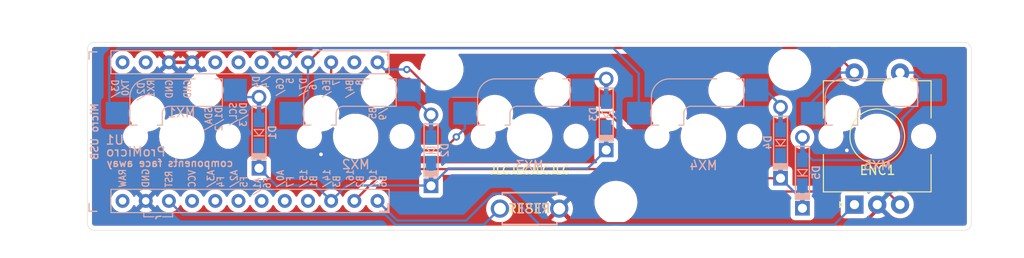
<source format=kicad_pcb>
(kicad_pcb (version 20210925) (generator pcbnew)
  (layers (0 "F.Cu" signal) (31 "B.Cu" signal) (34 "B.Paste" user) (35 "F.Paste" user) (36 "B.SilkS" user "B.Silkscreen") (37 "F.SilkS" user "F.Silkscreen") (38 "B.Mask" user) (39 "F.Mask" user) (44 "Edge.Cuts" user))
  (net 0 "")
  (net 1 "Net-(D1-Pad2)")
  (net 2 "row0")
  (net 3 "Net-(D2-Pad2)")
  (net 4 "Net-(D3-Pad2)")
  (net 5 "Net-(D4-Pad2)")
  (net 6 "row1")
  (net 7 "Net-(D5-Pad2)")
  (net 8 "col0")
  (net 9 "col1")
  (net 10 "col2")
  (net 11 "GND")
  (net 12 "VCC")
  (net 13 "Reset")
  (net 14 "EncoderA")
  (net 15 "EncoderB")
  (footprint "Envoy:Diode-Hybrid-Back" (layer "F.Cu") (at 152.1505 88.373 -90)
    (fp_text reference "D1" (at -0.0254 -1.46 90) (layer "B.SilkS") (effects (font (size 0.8 0.8)) (justify mirror)))
    (fp_text value "D_Small" hide)
    (fp_line (start 0.35 0.55) (end 0.35 -0.55) (layer "B.SilkS") (width 0.12))
    (fp_line (start 2.54 -0.762) (end -2.9 -0.762) (layer "B.SilkS") (width 0.15))
    (fp_line (start -0.35 -0.55) (end 0.35 0) (layer "B.SilkS") (width 0.12))
    (fp_line (start 0.35 0) (end -0.35 0.55) (layer "B.SilkS") (width 0.12))
    (fp_line (start -2.9 -0.762) (end -2.9 0.762) (layer "B.SilkS") (width 0.15))
    (fp_line (start -2.9 0.762) (end 2.54 0.762) (layer "B.SilkS") (width 0.15))
    (fp_line (start -0.35 0.55) (end -0.35 -0.55) (layer "B.SilkS") (width 0.12))
    (fp_rect (start 2.309 -0.762) (end 2.921 0.762) (layer "B.SilkS") (width 0.15) (fill solid))
    (pad "1" smd rect (at 1.4 0 270) (size 1.6 1.2) (layers "B.Cu" "B.Paste" "B.Mask") (net 2 "row0"))
    (pad "1" smd rect (at 2.5 0 270) (size 2.9 0.5) (layers "B.Cu") (net 2 "row0"))
    (pad "1" thru_hole rect (at 3.9 0 270) (size 1.6 1.6) (drill 1) (layers *.Cu *.Mask) (net 2 "row0"))
    (pad "2" smd rect (at -2.5 0 270) (size 2.9 0.5) (layers "B.Cu") (net 1 "Net-(D1-Pad2)"))
    (pad "2" thru_hole circle (at -3.9 0 270) (size 1.6 1.6) (drill 1) (layers *.Cu *.Mask) (net 1 "Net-(D1-Pad2)"))
    (pad "2" smd rect (at -1.4 0 270) (size 1.6 1.2) (layers "B.Cu" "B.Paste" "B.Mask") (net 1 "Net-(D1-Pad2)"))
  )
  (footprint "Envoy:Diode-Hybrid-Back" (layer "F.Cu") (at 171.0005 90.313 -90)
    (fp_text reference "D2" (at -0.0254 -1.5 90) (layer "B.SilkS") (effects (font (size 0.8 0.8)) (justify mirror)))
    (fp_text value "D_Small" hide)
    (fp_line (start -0.35 -0.55) (end 0.35 0) (layer "B.SilkS") (width 0.12))
    (fp_line (start 0.35 0.55) (end 0.35 -0.55) (layer "B.SilkS") (width 0.12))
    (fp_line (start 2.54 -0.762) (end -2.9 -0.762) (layer "B.SilkS") (width 0.15))
    (fp_line (start -0.35 0.55) (end -0.35 -0.55) (layer "B.SilkS") (width 0.12))
    (fp_line (start -2.9 -0.762) (end -2.9 0.762) (layer "B.SilkS") (width 0.15))
    (fp_line (start 0.35 0) (end -0.35 0.55) (layer "B.SilkS") (width 0.12))
    (fp_line (start -2.9 0.762) (end 2.54 0.762) (layer "B.SilkS") (width 0.15))
    (fp_rect (start 2.309 -0.762) (end 2.921 0.762) (layer "B.SilkS") (width 0.15) (fill solid))
    (pad "1" smd rect (at 1.4 0 270) (size 1.6 1.2) (layers "B.Cu" "B.Paste" "B.Mask") (net 2 "row0"))
    (pad "1" thru_hole rect (at 3.9 0 270) (size 1.6 1.6) (drill 1) (layers *.Cu *.Mask) (net 2 "row0"))
    (pad "1" smd rect (at 2.5 0 270) (size 2.9 0.5) (layers "B.Cu") (net 2 "row0"))
    (pad "2" smd rect (at -1.4 0 270) (size 1.6 1.2) (layers "B.Cu" "B.Paste" "B.Mask") (net 3 "Net-(D2-Pad2)"))
    (pad "2" smd rect (at -2.5 0 270) (size 2.9 0.5) (layers "B.Cu") (net 3 "Net-(D2-Pad2)"))
    (pad "2" thru_hole circle (at -3.9 0 270) (size 1.6 1.6) (drill 1) (layers *.Cu *.Mask) (net 3 "Net-(D2-Pad2)"))
  )
  (footprint "Envoy:Diode-Hybrid-Back" (layer "F.Cu") (at 190.2005 86.373 -90)
    (fp_text reference "D3" (at -0.0254 1.4 90) (layer "B.SilkS") (effects (font (size 0.8 0.8)) (justify mirror)))
    (fp_text value "D_Small" hide)
    (fp_line (start 2.54 -0.762) (end -2.9 -0.762) (layer "B.SilkS") (width 0.15))
    (fp_line (start -0.35 -0.55) (end 0.35 0) (layer "B.SilkS") (width 0.12))
    (fp_line (start -0.35 0.55) (end -0.35 -0.55) (layer "B.SilkS") (width 0.12))
    (fp_line (start -2.9 -0.762) (end -2.9 0.762) (layer "B.SilkS") (width 0.15))
    (fp_line (start 0.35 0) (end -0.35 0.55) (layer "B.SilkS") (width 0.12))
    (fp_line (start 0.35 0.55) (end 0.35 -0.55) (layer "B.SilkS") (width 0.12))
    (fp_line (start -2.9 0.762) (end 2.54 0.762) (layer "B.SilkS") (width 0.15))
    (fp_rect (start 2.309 -0.762) (end 2.921 0.762) (layer "B.SilkS") (width 0.15) (fill solid))
    (pad "1" thru_hole rect (at 3.9 0 270) (size 1.6 1.6) (drill 1) (layers *.Cu *.Mask) (net 2 "row0"))
    (pad "1" smd rect (at 2.5 0 270) (size 2.9 0.5) (layers "B.Cu") (net 2 "row0"))
    (pad "1" smd rect (at 1.4 0 270) (size 1.6 1.2) (layers "B.Cu" "B.Paste" "B.Mask") (net 2 "row0"))
    (pad "2" smd rect (at -2.5 0 270) (size 2.9 0.5) (layers "B.Cu") (net 4 "Net-(D3-Pad2)"))
    (pad "2" smd rect (at -1.4 0 270) (size 1.6 1.2) (layers "B.Cu" "B.Paste" "B.Mask") (net 4 "Net-(D3-Pad2)"))
    (pad "2" thru_hole circle (at -3.9 0 270) (size 1.6 1.6) (drill 1) (layers *.Cu *.Mask) (net 4 "Net-(D3-Pad2)"))
  )
  (footprint "Envoy:Diode-Hybrid-Back" (layer "F.Cu") (at 209.3005 89.473 -90)
    (fp_text reference "D4" (at -0.0254 1.4 90) (layer "B.SilkS") (effects (font (size 0.8 0.8)) (justify mirror)))
    (fp_text value "D_Small" hide)
    (fp_line (start 2.54 -0.762) (end -2.9 -0.762) (layer "B.SilkS") (width 0.15))
    (fp_line (start 0.35 0) (end -0.35 0.55) (layer "B.SilkS") (width 0.12))
    (fp_line (start -0.35 0.55) (end -0.35 -0.55) (layer "B.SilkS") (width 0.12))
    (fp_line (start -0.35 -0.55) (end 0.35 0) (layer "B.SilkS") (width 0.12))
    (fp_line (start 0.35 0.55) (end 0.35 -0.55) (layer "B.SilkS") (width 0.12))
    (fp_line (start -2.9 0.762) (end 2.54 0.762) (layer "B.SilkS") (width 0.15))
    (fp_line (start -2.9 -0.762) (end -2.9 0.762) (layer "B.SilkS") (width 0.15))
    (fp_rect (start 2.309 -0.762) (end 2.921 0.762) (layer "B.SilkS") (width 0.15) (fill solid))
    (pad "1" thru_hole rect (at 3.9 0 270) (size 1.6 1.6) (drill 1) (layers *.Cu *.Mask) (net 6 "row1"))
    (pad "1" smd rect (at 1.4 0 270) (size 1.6 1.2) (layers "B.Cu" "B.Paste" "B.Mask") (net 6 "row1"))
    (pad "1" smd rect (at 2.5 0 270) (size 2.9 0.5) (layers "B.Cu") (net 6 "row1"))
    (pad "2" smd rect (at -1.4 0 270) (size 1.6 1.2) (layers "B.Cu" "B.Paste" "B.Mask") (net 5 "Net-(D4-Pad2)"))
    (pad "2" smd rect (at -2.5 0 270) (size 2.9 0.5) (layers "B.Cu") (net 5 "Net-(D4-Pad2)"))
    (pad "2" thru_hole circle (at -3.9 0 270) (size 1.6 1.6) (drill 1) (layers *.Cu *.Mask) (net 5 "Net-(D4-Pad2)"))
  )
  (footprint "Envoy:Diode-Hybrid-Back" (layer "F.Cu") (at 211.7005 92.773 -90)
    (fp_text reference "D5" (at -0.0254 -1.5 90) (layer "B.SilkS") (effects (font (size 0.8 0.8)) (justify mirror)))
    (fp_text value "D_Small" hide)
    (fp_line (start -2.9 -0.762) (end -2.9 0.762) (layer "B.SilkS") (width 0.15))
    (fp_line (start 0.35 0) (end -0.35 0.55) (layer "B.SilkS") (width 0.12))
    (fp_line (start 2.54 -0.762) (end -2.9 -0.762) (layer "B.SilkS") (width 0.15))
    (fp_line (start -0.35 -0.55) (end 0.35 0) (layer "B.SilkS") (width 0.12))
    (fp_line (start 0.35 0.55) (end 0.35 -0.55) (layer "B.SilkS") (width 0.12))
    (fp_line (start -2.9 0.762) (end 2.54 0.762) (layer "B.SilkS") (width 0.15))
    (fp_line (start -0.35 0.55) (end -0.35 -0.55) (layer "B.SilkS") (width 0.12))
    (fp_rect (start 2.309 -0.762) (end 2.921 0.762) (layer "B.SilkS") (width 0.15) (fill solid))
    (pad "1" smd rect (at 1.4 0 270) (size 1.6 1.2) (layers "B.Cu" "B.Paste" "B.Mask") (net 6 "row1"))
    (pad "1" thru_hole rect (at 3.9 0 270) (size 1.6 1.6) (drill 1) (layers *.Cu *.Mask) (net 6 "row1"))
    (pad "1" smd rect (at 2.5 0 270) (size 2.9 0.5) (layers "B.Cu") (net 6 "row1"))
    (pad "2" smd rect (at -2.5 0 270) (size 2.9 0.5) (layers "B.Cu") (net 7 "Net-(D5-Pad2)"))
    (pad "2" thru_hole circle (at -3.9 0 270) (size 1.6 1.6) (drill 1) (layers *.Cu *.Mask) (net 7 "Net-(D5-Pad2)"))
    (pad "2" smd rect (at -1.4 0 270) (size 1.6 1.2) (layers "B.Cu" "B.Paste" "B.Mask") (net 7 "Net-(D5-Pad2)"))
  )
  (footprint "Envoy:MXOnly-1U-Hotswap" (layer "F.Cu") (at 143.7005 88.773)
    (fp_text reference "MX1")
    (fp_text value "MX-NoLED")
    (fp_text user "${REFERENCE}" (at -0.05 -2.6) (layer "B.SilkS") (effects (justify mirror)))
    (fp_line (start 4.43 -6.31) (end 3.65 -6.31) (layer "B.SilkS") (width 0.12))
    (fp_line (start 4.43 -3.29) (end -1.35 -3.3) (layer "B.SilkS") (width 0.12))
    (fp_line (start -2.15 -1.23) (end -2.15 -2.5) (layer "B.SilkS") (width 0.12))
    (fp_line (start -5.7 -1.23) (end -4.9 -1.23) (layer "B.SilkS") (width 0.12))
    (fp_line (start -2.15 -1.23) (end -2.7 -1.23) (layer "B.SilkS") (width 0.12))
    (fp_line (start -3.7 -6.31) (end 1.45 -6.31) (layer "B.SilkS") (width 0.12))
    (fp_line (start -5.7 -1.23) (end -5.7 -4.31) (layer "B.SilkS") (width 0.12))
    (fp_line (start 4.43 -6.31) (end 4.43 -3.29) (layer "B.SilkS") (width 0.12))
    (fp_arc (start -3.7 -4.31) (end -3.7 -6.31) (angle -90) (layer "B.SilkS") (width 0.12))
    (fp_arc (start -1.35 -2.5) (end -1.35 -3.3) (angle -90) (layer "B.SilkS") (width 0.12))
    (pad "" np_thru_hole circle (at 2.54 -5.08) (size 3 3) (drill 3) (layers *.Cu *.Mask))
    (pad "" np_thru_hole circle (at 5.08 0 48.0996) (size 1.75 1.75) (drill 1.75) (layers *.Cu *.Mask))
    (pad "" np_thru_hole circle (at 0 0) (size 3.9878 3.9878) (drill 3.9878) (layers *.Cu *.Mask))
    (pad "" np_thru_hole circle (at -5.08 0 48.0996) (size 1.75 1.75) (drill 1.75) (layers *.Cu *.Mask))
    (pad "" np_thru_hole circle (at -3.81 -2.54) (size 3 3) (drill 3) (layers *.Cu *.Mask))
    (pad "1" smd rect (at -7.085 -2.54) (size 2.55 2.5) (layers "B.Cu" "B.Paste" "B.Mask") (net 8 "col0"))
    (pad "2" smd rect (at 5.842 -5.08) (size 2.55 2.5) (layers "B.Cu" "B.Paste" "B.Mask") (net 1 "Net-(D1-Pad2)"))
  )
  (footprint "Envoy:MXOnly-1U-Hotswap" (layer "F.Cu") (at 162.7505 88.773)
    (fp_text reference "MX2")
    (fp_text value "MX-NoLED")
    (fp_text user "${REFERENCE}" (at 0 3.1) (layer "B.SilkS") (effects (justify mirror)))
    (fp_line (start 4.43 -3.29) (end -1.35 -3.3) (layer "B.SilkS") (width 0.12))
    (fp_line (start -5.7 -1.23) (end -4.9 -1.23) (layer "B.SilkS") (width 0.12))
    (fp_line (start 4.43 -6.31) (end 4.43 -3.29) (layer "B.SilkS") (width 0.12))
    (fp_line (start -2.15 -1.23) (end -2.7 -1.23) (layer "B.SilkS") (width 0.12))
    (fp_line (start -3.7 -6.31) (end 1.45 -6.31) (layer "B.SilkS") (width 0.12))
    (fp_line (start -5.7 -1.23) (end -5.7 -4.31) (layer "B.SilkS") (width 0.12))
    (fp_line (start -2.15 -1.23) (end -2.15 -2.5) (layer "B.SilkS") (width 0.12))
    (fp_line (start 4.43 -6.31) (end 3.65 -6.31) (layer "B.SilkS") (width 0.12))
    (fp_arc (start -3.7 -4.31) (end -3.7 -6.31) (angle -90) (layer "B.SilkS") (width 0.12))
    (fp_arc (start -1.35 -2.5) (end -1.35 -3.3) (angle -90) (layer "B.SilkS") (width 0.12))
    (pad "" np_thru_hole circle (at 0 0) (size 3.9878 3.9878) (drill 3.9878) (layers *.Cu *.Mask))
    (pad "" np_thru_hole circle (at -3.81 -2.54) (size 3 3) (drill 3) (layers *.Cu *.Mask))
    (pad "" np_thru_hole circle (at 2.54 -5.08) (size 3 3) (drill 3) (layers *.Cu *.Mask))
    (pad "" np_thru_hole circle (at -5.08 0 48.0996) (size 1.75 1.75) (drill 1.75) (layers *.Cu *.Mask))
    (pad "" np_thru_hole circle (at 5.08 0 48.0996) (size 1.75 1.75) (drill 1.75) (layers *.Cu *.Mask))
    (pad "1" smd rect (at -7.085 -2.54) (size 2.55 2.5) (layers "B.Cu" "B.Paste" "B.Mask") (net 9 "col1"))
    (pad "2" smd rect (at 5.842 -5.08) (size 2.55 2.5) (layers "B.Cu" "B.Paste" "B.Mask") (net 3 "Net-(D2-Pad2)"))
  )
  (footprint "Envoy:MXOnly-1U-Hotswap" (layer "F.Cu") (at 200.8505 88.773)
    (fp_text reference "MX4")
    (fp_text value "MX-NoLED")
    (fp_text user "${REFERENCE}" (at 0 3.2) (layer "B.SilkS") (effects (justify mirror)))
    (fp_line (start -2.15 -1.23) (end -2.7 -1.23) (layer "B.SilkS") (width 0.12))
    (fp_line (start 4.43 -6.31) (end 4.43 -3.29) (layer "B.SilkS") (width 0.12))
    (fp_line (start -5.7 -1.23) (end -4.9 -1.23) (layer "B.SilkS") (width 0.12))
    (fp_line (start -2.15 -1.23) (end -2.15 -2.5) (layer "B.SilkS") (width 0.12))
    (fp_line (start -5.7 -1.23) (end -5.7 -4.31) (layer "B.SilkS") (width 0.12))
    (fp_line (start -3.7 -6.31) (end 1.45 -6.31) (layer "B.SilkS") (width 0.12))
    (fp_line (start 4.43 -3.29) (end -1.35 -3.3) (layer "B.SilkS") (width 0.12))
    (fp_line (start 4.43 -6.31) (end 3.65 -6.31) (layer "B.SilkS") (width 0.12))
    (fp_arc (start -3.7 -4.31) (end -3.7 -6.31) (angle -90) (layer "B.SilkS") (width 0.12))
    (fp_arc (start -1.35 -2.5) (end -1.35 -3.3) (angle -90) (layer "B.SilkS") (width 0.12))
    (pad "" np_thru_hole circle (at 2.54 -5.08) (size 3 3) (drill 3) (layers *.Cu *.Mask))
    (pad "" np_thru_hole circle (at 0 0) (size 3.9878 3.9878) (drill 3.9878) (layers *.Cu *.Mask))
    (pad "" np_thru_hole circle (at 5.08 0 48.0996) (size 1.75 1.75) (drill 1.75) (layers *.Cu *.Mask))
    (pad "" np_thru_hole circle (at -3.81 -2.54) (size 3 3) (drill 3) (layers *.Cu *.Mask))
    (pad "" np_thru_hole circle (at -5.08 0 48.0996) (size 1.75 1.75) (drill 1.75) (layers *.Cu *.Mask))
    (pad "1" smd rect (at -7.085 -2.54) (size 2.55 2.5) (layers "B.Cu" "B.Paste" "B.Mask") (net 8 "col0"))
    (pad "2" smd rect (at 5.842 -5.08) (size 2.55 2.5) (layers "B.Cu" "B.Paste" "B.Mask") (net 5 "Net-(D4-Pad2)"))
  )
  (footprint "Envoy:MXOnly-1U-Hotswap" (layer "F.Cu") (at 219.9005 88.773)
    (fp_text reference "MX5")
    (fp_text value "MX-NoLED")
    (fp_text user "${REFERENCE}" (at 0 3.2) (layer "B.SilkS") (effects (justify mirror)))
    (fp_line (start -3.7 -6.31) (end 1.45 -6.31) (layer "B.SilkS") (width 0.12))
    (fp_line (start -2.15 -1.23) (end -2.7 -1.23) (layer "B.SilkS") (width 0.12))
    (fp_line (start 4.43 -3.29) (end -1.35 -3.3) (layer "B.SilkS") (width 0.12))
    (fp_line (start 4.43 -6.31) (end 3.65 -6.31) (layer "B.SilkS") (width 0.12))
    (fp_line (start 4.43 -6.31) (end 4.43 -3.29) (layer "B.SilkS") (width 0.12))
    (fp_line (start -2.15 -1.23) (end -2.15 -2.5) (layer "B.SilkS") (width 0.12))
    (fp_line (start -5.7 -1.23) (end -5.7 -4.31) (layer "B.SilkS") (width 0.12))
    (fp_line (start -5.7 -1.23) (end -4.9 -1.23) (layer "B.SilkS") (width 0.12))
    (fp_arc (start -3.7 -4.31) (end -3.7 -6.31) (angle -90) (layer "B.SilkS") (width 0.12))
    (fp_arc (start -1.35 -2.5) (end -1.35 -3.3) (angle -90) (layer "B.SilkS") (width 0.12))
    (pad "" np_thru_hole circle (at 5.08 0 48.0996) (size 1.75 1.75) (drill 1.75) (layers *.Cu *.Mask))
    (pad "" np_thru_hole circle (at 2.54 -5.08) (size 3 3) (drill 3) (layers *.Cu *.Mask))
    (pad "" np_thru_hole circle (at 0 0) (size 3.9878 3.9878) (drill 3.9878) (layers *.Cu *.Mask))
    (pad "" np_thru_hole circle (at -5.08 0 48.0996) (size 1.75 1.75) (drill 1.75) (layers *.Cu *.Mask))
    (pad "" np_thru_hole circle (at -3.81 -2.54) (size 3 3) (drill 3) (layers *.Cu *.Mask))
    (pad "1" smd rect (at -7.085 -2.54) (size 2.55 2.5) (layers "B.Cu" "B.Paste" "B.Mask") (net 9 "col1"))
    (pad "2" smd rect (at 5.842 -5.08) (size 2.55 2.5) (layers "B.Cu" "B.Paste" "B.Mask") (net 7 "Net-(D5-Pad2)"))
  )
  (footprint "Keebio-Parts:RotaryEncoder_EC11-no-legs" (layer "F.Cu") (at 219.9005 88.773 90)
    (fp_text reference "ENC1" (at -3.725 0.0375 180) (layer "F.SilkS"))
    (fp_text value "Rotary_Encoder_Switch")
    (fp_line (start -0.5 0) (end 0.5 0) (layer "F.SilkS") (width 0.12))
    (fp_line (start -7.8 -4.1) (end -7.2 -4.1) (layer "F.SilkS") (width 0.12))
    (fp_line (start 0 -0.5) (end 0 0.5) (layer "F.SilkS") (width 0.12))
    (fp_line (start 6.1 -5.9) (end 6.1 -3.5) (layer "F.SilkS") (width 0.12))
    (fp_line (start -7.2 -4.1) (end -7.5 -3.8) (layer "F.SilkS") (width 0.12))
    (fp_line (start -2 -5.9) (end -6.1 -5.9) (layer "F.SilkS") (width 0.12))
    (fp_line (start 2 -5.9) (end 6.1 -5.9) (layer "F.SilkS") (width 0.12))
    (fp_line (start -7.5 -3.8) (end -7.8 -4.1) (layer "F.SilkS") (width 0.12))
    (fp_line (start 6.1 5.9) (end 2 5.9) (layer "F.SilkS") (width 0.12))
    (fp_line (start -6.1 -5.9) (end -6.1 5.9) (layer "F.SilkS") (width 0.12))
    (fp_line (start -2 5.9) (end -6.1 5.9) (layer "F.SilkS") (width 0.12))
    (fp_line (start 6.1 -1.3) (end 6.1 1.3) (layer "F.SilkS") (width 0.12))
    (fp_line (start 6.1 3.5) (end 6.1 5.9) (layer "F.SilkS") (width 0.12))
    (fp_circle (center 0 0) (end 3 0) (layer "F.SilkS") (width 0.12) (fill none))
    (pad "A" thru_hole rect locked (at -7.5 -2.5 90) (size 2 2) (drill 1) (layers *.Cu *.Mask) (net 14 "EncoderA"))
    (pad "B" thru_hole circle locked (at -7.5 2.5 90) (size 2 2) (drill 1) (layers *.Cu *.Mask) (net 15 "EncoderB"))
    (pad "C" thru_hole circle locked (at -7.5 0 90) (size 2 2) (drill 1) (layers *.Cu *.Mask) (net 11 "GND"))
    (pad "S1" thru_hole circle locked (at 7 2.5 90) (size 2 2) (drill 1) (layers *.Cu *.Mask) (net 7 "Net-(D5-Pad2)"))
    (pad "S2" thru_hole circle locked (at 7 -2.5 90) (size 2 2) (drill 1) (layers *.Cu *.Mask) (net 9 "col1"))
  )
  (footprint "Envoy:MXOnly-1U-Hotswap" (layer "F.Cu") (at 181.8005 88.773)
    (fp_text reference "MX3")
    (fp_text value "MX-NoLED")
    (fp_text user "${REFERENCE}" (at 0 3.2) (layer "B.SilkS") (effects (justify mirror)))
    (fp_line (start 4.43 -6.31) (end 4.43 -3.29) (layer "B.SilkS") (width 0.12))
    (fp_line (start 4.43 -3.29) (end -1.35 -3.3) (layer "B.SilkS") (width 0.12))
    (fp_line (start -2.15 -1.23) (end -2.15 -2.5) (layer "B.SilkS") (width 0.12))
    (fp_line (start -2.15 -1.23) (end -2.7 -1.23) (layer "B.SilkS") (width 0.12))
    (fp_line (start -5.7 -1.23) (end -4.9 -1.23) (layer "B.SilkS") (width 0.12))
    (fp_line (start 4.43 -6.31) (end 3.65 -6.31) (layer "B.SilkS") (width 0.12))
    (fp_line (start -5.7 -1.23) (end -5.7 -4.31) (layer "B.SilkS") (width 0.12))
    (fp_line (start -3.7 -6.31) (end 1.45 -6.31) (layer "B.SilkS") (width 0.12))
    (fp_arc (start -3.7 -4.31) (end -3.7 -6.31) (angle -90) (layer "B.SilkS") (width 0.12))
    (fp_arc (start -1.35 -2.5) (end -1.35 -3.3) (angle -90) (layer "B.SilkS") (width 0.12))
    (pad "" np_thru_hole circle (at -5.08 0 48.0996) (size 1.75 1.75) (drill 1.75) (layers *.Cu *.Mask))
    (pad "" np_thru_hole circle (at 2.54 -5.08) (size 3 3) (drill 3) (layers *.Cu *.Mask))
    (pad "" np_thru_hole circle (at 5.08 0 48.0996) (size 1.75 1.75) (drill 1.75) (layers *.Cu *.Mask))
    (pad "" np_thru_hole circle (at 0 0) (size 3.9878 3.9878) (drill 3.9878) (layers *.Cu *.Mask))
    (pad "" np_thru_hole circle (at -3.81 -2.54) (size 3 3) (drill 3) (layers *.Cu *.Mask))
    (pad "1" smd rect (at -7.085 -2.54) (size 2.55 2.5) (layers "B.Cu" "B.Paste" "B.Mask") (net 10 "col2"))
    (pad "2" smd rect (at 5.842 -5.08) (size 2.55 2.5) (layers "B.Cu" "B.Paste" "B.Mask") (net 4 "Net-(D3-Pad2)"))
  )
  (footprint "MountingHole:MountingHole_3.7mm" (layer "F.Cu") (at 210.312 81.407)
    (fp_text reference "REF**" hide)
    (fp_text value "MountingHole_3.7mm" hide)
    (pad "" np_thru_hole circle locked (at 0 0) (size 3.7 3.7) (drill 3.7) (layers *.Cu *.Mask))
  )
  (footprint "MountingHole:MountingHole_3.7mm" (layer "F.Cu") (at 191.262 96.012)
    (fp_text reference "REF**" hide)
    (fp_text value "MountingHole_3.7mm")
    (pad "" np_thru_hole circle locked (at 0 0) (size 3.7 3.7) (drill 3.7) (layers *.Cu *.Mask))
  )
  (footprint "MountingHole:MountingHole_3.7mm" (layer "F.Cu") (at 172.339 81.28)
    (fp_text reference "REF**" hide)
    (fp_text value "MountingHole_3.7mm")
    (pad "" np_thru_hole circle locked (at -0.127 0.127) (size 3.7 3.7) (drill 3.7) (layers *.Cu *.Mask))
  )
  (footprint "Envoy:ProMicro_face_out" (layer "B.Cu") (at 151.6755 88.2555 -90)
    (fp_text reference "U1" (at 0.9175 15.325) (layer "B.SilkS") (effects (justify mirror)))
    (fp_text value "ProMicro" (at 2.2175 13.025) (layer "B.SilkS") (effects (justify mirror)))
    (fp_text user "TX0" (at -5.7939 14.1625 90 unlocked) (layer "B.SilkS") (effects (font (size 0.75 0.67) (thickness 0.125)) (justify left mirror)))
    (fp_text user "F7" (at 6.2086 -3.908 90 unlocked) (layer "B.SilkS") (effects (font (size 0.75 0.67) (thickness 0.125)) (justify right mirror)))
    (fp_text user "A2/" (at 6.2086 2.26 90 unlocked) (layer "B.SilkS") (effects (font (size 0.75 0.67) (thickness 0.125)) (justify right mirror)))
    (fp_text user "A1/" (at 7.0675 -0.275 90 unlocked) (layer "B.SilkS") (effects (font (size 0.75 0.67) (thickness 0.125)) (justify right mirror)))
    (fp_text user "D4" (at -6.1825 -0.175 90 unlocked) (layer "B.SilkS") (effects (font (size 0.75 0.67) (thickness 0.125)) (justify left mirror)))
    (fp_text user "GND" (at -5.7825 9.3625 90 unlocked) (layer "B.SilkS") (effects (font (size 0.75 0.67) (thickness 0.125)) (justify left mirror)))
    (fp_text user "B3" (at 6.2086 -8.988 90 unlocked) (layer "B.SilkS") (effects (font (size 0.75 0.67) (thickness 0.125)) (justify right mirror)))
    (fp_text user "D1/2" (at -2.7825 3.925 90 unlocked) (layer "B.SilkS") (effects (font (size 0.75 0.67) (thickness 0.125)) (justify left mirror)))
    (fp_text user "C6/" (at -5.9939 -2.79 90 unlocked) (layer "B.SilkS") (effects (font (size 0.75 0.67) (thickness 0.125)) (justify left mirror)))
    (fp_text user "10/" (at 6.2086 -12.98 90 unlocked) (layer "B.SilkS") (effects (font (size 0.75 0.67) (thickness 0.125)) (justify right mirror)))
    (fp_text user "/4" (at -6.1825 -1.175 90 unlocked) (layer "B.SilkS") (effects (font (size 0.75 0.67) (thickness 0.125)) (justify left mirror)))
    (fp_text user "D0/3" (at -3.2825 1.25 90 unlocked) (layer "B.SilkS") (effects (font (size 0.75 0.67) (thickness 0.125)) (justify left mirror)))
    (fp_text user "D2/" (at -5.4825 12.45 90 unlocked) (layer "B.SilkS") (effects (font (size 0.75 0.67) (thickness 0.125)) (justify left mirror)))
    (fp_text user "F6" (at 6.3175 -1.375 90 unlocked) (layer "B.SilkS") (effects (font (size 0.75 0.67) (thickness 0.125)) (justify right mirror)))
    (fp_text user "D3/" (at -5.7939 15.2625 90 unlocked) (layer "B.SilkS") (effects (font (size 0.75 0.67) (thickness 0.125)) (justify left mirror)))
    (fp_text user "RST" (at 6.2086 9.398 90 unlocked) (layer "B.SilkS") (effects (font (size 0.75 0.67) (thickness 0.125)) (justify right mirror)))
    (fp_text user "E6/" (at -5.7825 -7.875 90 unlocked) (layer "B.SilkS") (effects (font (size 0.75 0.67) (thickness 0.125)) (justify left mirror)))
    (fp_text user "GND" (at 6.2086 11.938 90 unlocked) (layer "B.SilkS") (effects (font (size 0.75 0.67) (thickness 0.125)) (justify right mirror)))
    (fp_text user "SCL/" (at -3.2825 2.35 90 unlocked) (layer "B.SilkS") (effects (font (size 0.75 0.67) (thickness 0.125)) (justify left mirror)))
    (fp_text user "F5" (at 6.2086 1.172 90 unlocked) (layer "B.SilkS") (effects (font (size 0.75 0.67) (thickness 0.125)) (justify right mirror)))
    (fp_text user "15/" (at 6.2086 -5.368 90 unlocked) (layer "B.SilkS") (effects (font (size 0.75 0.67) (thickness 0.125)) (justify right mirror)))
    (fp_text user "D7/" (at -5.9939 -5.33 90 unlocked) (layer "B.SilkS") (effects (font (size 0.75 0.67) (thickness 0.125)) (justify left mirror)))
    (fp_text user "RX1" (at -5.7825 11.362 90 unlocked) (layer "B.SilkS") (effects (font (size 0.75 0.67) (thickness 0.125)) (justify left mirror)))
    (fp_text user "F4" (at 6.2086 3.712 90 unlocked) (layer "B.SilkS") (effects (font (size 0.75 0.67) (thickness 0.125)) (justify right mirror)))
    (fp_text user "5" (at -5.9825 -3.878 90 unlocked) (layer "B.SilkS") (effects (font (size 0.75 0.67) (thickness 0.125)) (justify left mirror)))
    (fp_text user "GND" (at -5.7939 7.3625 90 unlocked) (layer "B.SilkS") (effects (font (size 0.75 0.67) (thickness 0.125)) (justify left mirror)))
    (fp_text user "/9" (at -2.6825 -14.0375 90 unlocked) (layer "B.SilkS") (effects (font (size 0.75 0.67) (thickness 0.125)) (justify left mirror)))
    (fp_text user "6" (at -5.2825 -6.418 90 unlocked) (layer "B.SilkS") (effects (font (size 0.75 0.67) (thickness 0.125)) (justify left mirror)))
    (fp_text user "7" (at -5.7825 -8.963 90 unlocked) (layer "B.SilkS") (effects (font (size 0.75 0.67) (thickness 0.125)) (justify left mirror)))
    (fp_text user "VCC" (at 6.2086 6.858 90 unlocked) (layer "B.SilkS") (effects (font (size 0.75 0.67) (thickness 0.125)) (justify right mirror)))
    (fp_text user "14/" (at 6.2086 -7.9 90 unlocked) (layer "B.SilkS") (effects (font (size 0.75 0.67) (thickness 0.125)) (justify right mirror)))
    (fp_text user "B2" (at 6.2086 -11.556 90 unlocked) (layer "B.SilkS") (effects (font (size 0.75 0.67) (thickness 0.125)) (justify right mirror)))
    (fp_text user "B5" (at -2.7825 -12.95 90 unlocked) (layer "B.SilkS") (effects (font (size 0.75 0.67) (thickness 0.125)) (justify left mirror)))
    (fp_text user "B6" (at 6.2086 -14.068 90 unlocked) (layer "B.SilkS") (effects (font (size 0.75 0.67) (thickness 0.125)) (justify right mirror)))
    (fp_text user "components face away" (at 3.4575 9.295 unlocked) (layer "B.SilkS") (effects (font (size 0.8 0.8) (thickness 0.153)) (justify mirror)))
    (fp_text user "SDA/" (at -2.7825 5.043 90 unlocked) (layer "B.SilkS") (effects (font (size 0.75 0.67) (thickness 0.125)) (justify left mirror)))
    (fp_text user "16/" (at 6.2086 -10.468 90 unlocked) (layer "B.SilkS") (effects (font (size 0.75 0.67) (thickness 0.125)) (justify right mirror)))
    (fp_text user "r" (at 9.35 10.65 90 unlocked) (layer "B.SilkS") (effects (font (size 0.8 0.8) (thickness 0.15) italic) (justify mirror)))
    (fp_text user "8" (at -5.7825 -11.503 90 unlocked) (layer "B.SilkS") (effects (font (size 0.75 0.67) (thickness 0.125)) (justify left mirror)))
    (fp_text user "B1" (at 6.2086 -6.456 90 unlocked) (layer "B.SilkS") (effects (font (size 0.75 0.67) (thickness 0.125)) (justify right mirror)))
    (fp_text user "A0/" (at 6.2086 -2.82 90 unlocked) (layer "B.SilkS") (effects (font (size 0.75 0.67) (thickness 0.125)) (justify right mirror)))
    (fp_text user "B4/" (at -5.7825 -10.415 90 unlocked) (layer "B.SilkS") (effects (font (size 0.75 0.67) (thickness 0.125)) (justify left mirror)))
    (fp_text user "Micro USB" (at 0 17.55 90 unlocked) (layer "B.SilkS") (effects (font (size 0.8 0.8)) (justify mirror)))
    (fp_text user "RAW" (at 6.2086 14.478 90 unlocked) (layer "B.SilkS") (effects (font (size 0.75 0.67) (thickness 0.125)) (justify right mirror)))
    (fp_text user "A3/" (at 6.2086 4.8 90 unlocked) (layer "B.SilkS") (effects (font (size 0.75 0.67) (thickness 0.125)) (justify right mirror)))
    (fp_line (start 6.35 15.748) (end 8.89 15.748) (layer "B.SilkS") (width 0.12))
    (fp_line (start -8.75 -13.75) (end -8.75 -14.6) (layer "B.SilkS") (width 0.15))
    (fp_line (start 8.75 -14.6) (end 7.9 -14.6) (layer "B.SilkS") (width 0.15))
    (fp_line (start -6.35 15.748) (end -6.35 -14.732) (layer "B.SilkS") (width 0.12))
    (fp_line (start -8.75 18.15) (end -7.95 18.15) (layer "B.SilkS") (width 0.15))
    (fp_line (start -8.8814 15.748) (end -8.8814 -14.732) (layer "B.SilkS") (width 0.12))
    (fp_line (start -8.89 15.748) (end -6.35 15.748) (layer "B.SilkS") (width 0.12))
    (fp_line (start 9.35 12.15) (end 9.35 11.05) (layer "B.SilkS") (width 0.12))
    (fp_line (start 8.9 12.15) (end 9.35 12.15) (layer "B.SilkS") (width 0.12))
    (fp_line (start 6.3386 15.748) (end 6.3386 -14.732) (layer "B.SilkS") (width 0.12))
    (fp_line (start 8.75 18.15) (end 8.75 17.3) (layer "B.SilkS") (width 0.15))
    (fp_line (start -8.89 -14.732) (end -6.35 -14.732) (layer "B.SilkS") (width 0.12))
    (fp_line (start 8.89 15.748) (end 8.89 -14.732) (layer "B.SilkS") (width 0.12))
    (fp_line (start -8.75 -14.6) (end -7.89 -14.6) (layer "B.SilkS") (width 0.15))
    (fp_line (start 6.35 -14.732) (end 8.89 -14.732) (layer "B.SilkS") (width 0.12))
    (fp_line (start 8.75 -13.7) (end 8.75 -14.6) (layer "B.SilkS") (width 0.15))
    (fp_line (start 8.75 18.15) (end 7.9 18.15) (layer "B.SilkS") (width 0.15))
    (fp_line (start -8.75 18.15) (end -8.75 17.3) (layer "B.SilkS") (width 0.15))
    (fp_line (start 9.35 9) (end 8.9 9) (layer "B.SilkS") (width 0.12))
    (fp_line (start 9.35 9) (end 9.35 10.1) (layer "B.SilkS") (width 0.12))
    (pad "1" thru_hole circle (at -7.6114 14.478 270) (size 1.524 1.524) (drill 0.8128) (layers *.Cu *.Mask))
    (pad "2" thru_hole circle (at -7.6114 11.938 270) (size 1.524 1.524) (drill 0.8128) (layers *.Cu *.Mask))
    (pad "3" thru_hole circle (at -7.6114 9.398 270) (size 1.524 1.524) (drill 0.8128) (layers *.Cu *.Mask) (net 11 "GND"))
    (pad "4" thru_hole circle (at -7.6114 6.858 270) (size 1.524 1.524) (drill 0.8128) (layers *.Cu *.Mask) (net 11 "GND"))
    (pad "5" thru_hole circle (at -7.6114 4.318 270) (size 1.524 1.524) (drill 0.8128) (layers *.Cu *.Mask))
    (pad "6" thru_hole circle (at -7.6114 1.778 270) (size 1.524 1.524) (drill 0.8128) (layers *.Cu *.Mask))
    (pad "7" thru_hole circle (at -7.6114 -0.762 270) (size 1.524 1.524) (drill 0.8128) (layers *.Cu *.Mask))
    (pad "8" thru_hole circle (at -7.6114 -3.302 270) (size 1.524 1.524) (drill 0.8128) (layers *.Cu *.Mask) (net 8 "col0"))
    (pad "9" thru_hole circle (at -7.6114 -5.842 270) (size 1.524 1.524) (drill 0.8128) (layers *.Cu *.Mask) (net 9 "col1"))
    (pad "10" thru_hole circle (at -7.6114 -8.382 270) (size 1.524 1.524) (drill 0.8128) (layers *.Cu *.Mask) (net 10 "col2"))
    (pad "11" thru_hole circle (at -7.6114 -10.922 270) (size 1.524 1.524) (drill 0.8128) (layers *.Cu *.Mask))
    (pad "12" thru_hole circle (at -7.6114 -13.462 270) (size 1.524 1.524) (drill 0.8128) (layers *.Cu *.Mask) (net 6 "row1"))
    (pad "13" thru_hole circle (at 7.6086 -13.462 270) (size 1.524 1.524) (drill 0.8128) (layers *.Cu *.Mask) (net 14 "EncoderA"))
    (pad "14" thru_hole circle (at 7.6086 -10.922 270) (size 1.524 1.524) (drill 0.8128) (layers *.Cu *.Mask) (net 15 "EncoderB"))
    (pad "15" thru_hole circle (at 7.6086 -8.382 270) (size 1.524 1.524) (drill 0.8128) (layers *.Cu *.Mask) (net 2 "row0"))
    (pad "16" thru_hole circle (at 7.6086 -5.842 270) (size 1.524 1.524) (drill 0.8128) (layers *.Cu *.Mask))
    (pad "17" thru_hole circle (at 7.6086 -3.302 270) (size 1.524 1.524) (drill 0.8128) (layers *.Cu *.Mask))
    (pad "18" thru_hole circle (at 7.6086 -0.762 270) (size 1.524 1.524) (drill 0.8128) (layers *.Cu *.Mask))
    (pad "19" thru_hole circle (at 7.6086 1.778 270) (size 1.524 1.524) (drill 0.8128) (layers *.Cu *.Mask))
    (pad "20" thru_hole circle (at 7.6086 4.318 270) (size 1.524 1.524) (drill 0.8128) (layers *.Cu *.Mask))
    (pad "21" thru_hole circle (at 7.6086 6.858 270) (size 1.524 1.524) (drill 0.8128) (layers *.Cu *.Mask) (net 12 "VCC"))
    (pad "22" thru_hole circle (at 7.6086 9.398 270) (size 1.524 1.524) (drill 0.8128) (layers *.Cu *.Mask) (net 13 "Reset"))
    (pad "23" thru_hole circle (at 7.6086 11.938 270) (size 1.524 1.524) (drill 0.8128) (layers *.Cu *.Mask) (net 11 "GND"))
    (pad "24" thru_hole circle (at 7.6086 14.478 270) (size 1.524 1.524) (drill 0.8128) (layers *.Cu *.Mask))
  )
  (footprint "Envoy:Reset_Jumper_Points" (layer "B.Cu") (at 181.8005 96.7105 180)
    (fp_text reference "RESET1" hide)
    (fp_text value "SW_Push")
    (fp_text user "RESET" (at 0 0) (layer "B.SilkS") (effects (justify mirror)))
    (fp_text user "RESET" (at 0.127 0) (layer "F.SilkS"))
    (fp_line (start -3 1.75) (end 3 1.75) (layer "B.SilkS") (width 0.15))
    (fp_line (start -3 -1.75) (end -3 -1.5) (layer "B.SilkS") (width 0.15))
    (fp_line (start 3 1.75) (end 3 1.5) (layer "B.SilkS") (width 0.15))
    (fp_line (start -3 -1.75) (end 3 -1.75) (layer "B.SilkS") (width 0.15))
    (fp_line (start -3 1.75) (end -3 1.5) (layer "B.SilkS") (width 0.15))
    (fp_line (start 3 -1.75) (end 3 -1.5) (layer "B.SilkS") (width 0.15))
    (fp_line (start -3 1.75) (end 3 1.75) (layer "F.SilkS") (width 0.15))
    (fp_line (start 3 -1.5) (end 3 -1.75) (layer "F.SilkS") (width 0.15))
    (fp_line (start -3 1.5) (end -3 1.75) (layer "F.SilkS") (width 0.15))
    (fp_line (start -3 -1.75) (end -3 -1.5) (layer "F.SilkS") (width 0.15))
    (fp_line (start 3 -1.75) (end -3 -1.75) (layer "F.SilkS") (width 0.15))
    (fp_line (start 3 1.75) (end 3 1.5) (layer "F.SilkS") (width 0.15))
    (pad "1" thru_hole circle (at 3.25 0 180) (size 2 2) (drill 1.3) (layers *.Cu *.Mask) (net 13 "Reset"))
    (pad "2" thru_hole circle (at -3.25 0 180) (size 2 2) (drill 1.3) (layers *.Cu *.Mask) (net 11 "GND"))
  )
  (gr_line (start 230.21925 98.298) (end 230.21925 79.248) (layer "Edge.Cuts") (width 0.05))
  (gr_line (start 229.4255 78.45425) (end 134.138 78.45425) (layer "Edge.Cuts") (width 0.05))
  (gr_line (start 134.138 99.09175) (end 229.4255 99.09175) (layer "Edge.Cuts") (width 0.05))
  (gr_line (start 133.34425 79.248) (end 133.34425 98.298) (layer "Edge.Cuts") (width 0.05))
  (gr_arc (start 229.4255 79.248) (end 230.21925 79.248) (angle -90) (layer "Edge.Cuts") (width 0.05))
  (gr_arc (start 134.138 98.298) (end 133.34425 98.298) (angle -90) (layer "Edge.Cuts") (width 0.05))
  (gr_arc (start 229.4255 98.298) (end 229.4255 99.09175) (angle -90) (layer "Edge.Cuts") (width 0.05))
  (gr_arc (start 134.138 79.248) (end 134.138 78.45425) (angle -90) (layer "Edge.Cuts") (width 0.05))
  (gr_text "JLCJLCJLCJLC" (at 181.8205 92.513) (layer "F.SilkS") (effects (font (size 0.85 0.85))))
  (segment (start 149.5425 83.693) (end 150.3225 84.473) (width 0.25) (layer "B.Cu") (net 1))
  (segment (start 150.3225 84.473) (end 152.1505 84.473) (width 0.25) (layer "B.Cu") (net 1))
  (segment (start 190.2005 90.273) (end 188.1705 92.303) (width 0.25) (layer "B.Cu") (net 2))
  (segment (start 154.0505 94.173) (end 152.1505 92.273) (width 0.25) (layer "B.Cu") (net 2))
  (segment (start 171.0105 94.173) (end 161.7486 94.173) (width 0.25) (layer "B.Cu") (net 2))
  (segment (start 160.0575 95.8641) (end 158.3664 94.173) (width 0.25) (layer "B.Cu") (net 2))
  (segment (start 161.7486 94.173) (end 160.0575 95.8641) (width 0.25) (layer "B.Cu") (net 2))
  (segment (start 188.1705 92.303) (end 172.9105 92.303) (width 0.25) (layer "B.Cu") (net 2))
  (segment (start 172.9105 92.303) (end 171.0005 94.213) (width 0.25) (layer "B.Cu") (net 2))
  (segment (start 158.3664 94.173) (end 154.0505 94.173) (width 0.25) (layer "B.Cu") (net 2))
  (segment (start 168.5925 83.693) (end 168.5925 84.005) (width 0.25) (layer "B.Cu") (net 3))
  (segment (start 171.0105 86.423) (end 171.0105 88.873) (width 0.25) (layer "B.Cu") (net 3))
  (segment (start 168.5925 84.005) (end 171.0105 86.423) (width 0.25) (layer "B.Cu") (net 3))
  (segment (start 187.6425 83.693) (end 188.8625 82.473) (width 0.25) (layer "B.Cu") (net 4))
  (segment (start 188.8625 82.473) (end 190.2005 82.473) (width 0.25) (layer "B.Cu") (net 4))
  (segment (start 209.3005 85.3485) (end 209.3005 85.573) (width 0.25) (layer "B.Cu") (net 5))
  (segment (start 206.6925 83.693) (end 207.645 83.693) (width 0.25) (layer "B.Cu") (net 5))
  (segment (start 207.645 83.693) (end 209.3005 85.3485) (width 0.25) (layer "B.Cu") (net 5))
  (segment (start 168.6905 81.433) (end 171.1305 83.873) (width 0.25) (layer "F.Cu") (net 6))
  (segment (start 171.1305 83.873) (end 178.6405 83.873) (width 0.25) (layer "F.Cu") (net 6))
  (segment (start 178.6405 83.873) (end 180.9005 86.133) (width 0.25) (layer "F.Cu") (net 6))
  (segment (start 190.3605 86.133) (end 197.6005 93.373) (width 0.25) (layer "F.Cu") (net 6))
  (segment (start 197.6005 93.373) (end 209.3005 93.373) (width 0.25) (layer "F.Cu") (net 6))
  (segment (start 180.9005 86.133) (end 190.3605 86.133) (width 0.25) (layer "F.Cu") (net 6))
  (segment (start 168.3505 81.433) (end 168.6905 81.433) (width 0.25) (layer "F.Cu") (net 6))
  (via (at 168.3505 81.433) (size 0.8) (drill 0.4) (layers "F.Cu" "B.Cu") (net 6))
  (segment (start 211.7005 95.273) (end 211.2005 95.273) (width 0.25) (layer "B.Cu") (net 6))
  (segment (start 211.2005 95.273) (end 209.3005 93.373) (width 0.25) (layer "B.Cu") (net 6))
  (segment (start 168.3505 81.433) (end 165.9264 81.433) (width 0.25) (layer "B.Cu") (net 6))
  (segment (start 165.9264 81.433) (end 165.1375 80.6441) (width 0.25) (layer "B.Cu") (net 6))
  (segment (start 220.060403 91.383) (end 212.8105 91.383) (width 0.25) (layer "B.Cu") (net 7))
  (segment (start 222.4005 81.773) (end 223.913 81.773) (width 0.25) (layer "B.Cu") (net 7))
  (segment (start 212.8105 91.383) (end 211.7005 90.273) (width 0.25) (layer "B.Cu") (net 7))
  (segment (start 225.7425 83.693) (end 222.5905 86.845) (width 0.25) (layer "B.Cu") (net 7))
  (segment (start 222.5905 86.845) (end 222.5905 88.791793) (width 0.25) (layer "B.Cu") (net 7))
  (segment (start 223.913 81.773) (end 225.7425 83.6025) (width 0.25) (layer "B.Cu") (net 7))
  (segment (start 225.7425 83.6025) (end 225.7425 83.693) (width 0.25) (layer "B.Cu") (net 7))
  (arc (start 222.5905 88.791793) (mid 222.389968 89.799936) (end 221.818901 90.654599) (width 0.25) (layer "B.Cu") (net 7))
  (arc (start 221.818901 90.654599) (mid 221.012088 91.193698) (end 220.060403 91.383) (width 0.25) (layer "B.Cu") (net 7))
  (segment (start 190.9705 79.093) (end 156.5286 79.093) (width 0.25) (layer "B.Cu") (net 8))
  (segment (start 153.4264 79.093) (end 154.9775 80.6441) (width 0.25) (layer "B.Cu") (net 8))
  (segment (start 135.7505 80.073) (end 136.7305 79.093) (width 0.25) (layer "B.Cu") (net 8))
  (segment (start 193.7655 86.233) (end 193.7655 81.888) (width 0.25) (layer "B.Cu") (net 8))
  (segment (start 156.5286 79.093) (end 154.9775 80.6441) (width 0.25) (layer "B.Cu") (net 8))
  (segment (start 136.6155 86.233) (end 135.7505 85.368) (width 0.25) (layer "B.Cu") (net 8))
  (segment (start 135.7505 85.368) (end 135.7505 80.073) (width 0.25) (layer "B.Cu") (net 8))
  (segment (start 136.7305 79.093) (end 153.4264 79.093) (width 0.25) (layer "B.Cu") (net 8))
  (segment (start 193.7655 81.888) (end 190.9705 79.093) (width 0.25) (layer "B.Cu") (net 8))
  (segment (start 159.0886 79.073) (end 157.505 80.6566) (width 0.25) (layer "F.Cu") (net 9))
  (segment (start 214.7005 79.073) (end 159.0886 79.073) (width 0.25) (layer "F.Cu") (net 9))
  (segment (start 217.40053 81.77303) (end 214.7005 79.073) (width 0.25) (layer "F.Cu") (net 9))
  (segment (start 212.8155 84.9205) (end 215.963 81.773) (width 0.25) (layer "B.Cu") (net 9))
  (segment (start 212.8155 86.233) (end 212.8155 84.9205) (width 0.25) (layer "B.Cu") (net 9))
  (segment (start 157.5175 84.381) (end 155.6655 86.233) (width 0.25) (layer "B.Cu") (net 9))
  (segment (start 157.5175 80.6441) (end 157.5175 84.381) (width 0.25) (layer "B.Cu") (net 9))
  (segment (start 215.963 81.773) (end 217.4005 81.773) (width 0.25) (layer "B.Cu") (net 9))
  (segment (start 173.7705 88.843) (end 172.3005 90.313) (width 0.25) (layer "F.Cu") (net 10))
  (segment (start 161.8805 86.153) (end 160.0575 84.33) (width 0.25) (layer "F.Cu") (net 10))
  (segment (start 162.709171 86.153) (end 161.8805 86.153) (width 0.25) (layer "F.Cu") (net 10))
  (segment (start 172.3005 90.313) (end 166.5705 90.313) (width 0.25) (layer "F.Cu") (net 10))
  (segment (start 160.0575 84.33) (end 160.0575 80.6441) (width 0.25) (layer "F.Cu") (net 10))
  (segment (start 165.3505 89.093) (end 165.3505 88.63291) (width 0.25) (layer "F.Cu") (net 10))
  (segment (start 166.5705 90.313) (end 165.3505 89.093) (width 0.25) (layer "F.Cu") (net 10))
  (via (at 173.7705 88.843) (size 0.8) (drill 0.4) (layers "F.Cu" "B.Cu") (net 10))
  (arc (start 164.657542 86.960042) (mid 163.763622 86.362743) (end 162.709171 86.153) (width 0.25) (layer "F.Cu") (net 10))
  (arc (start 165.3505 88.63291) (mid 165.170421 87.727592) (end 164.657542 86.960042) (width 0.25) (layer "F.Cu") (net 10))
  (segment (start 174.7155 87.898) (end 173.7705 88.843) (width 0.25) (layer "B.Cu") (net 10))
  (segment (start 174.7155 86.233) (end 174.7155 87.898) (width 0.25) (layer "B.Cu") (net 10))
  (segment (start 219.9005 96.8375) (end 219.9005 96.273) (width 0.38) (layer "F.Cu") (net 11))
  (segment (start 139.725 95.8516) (end 139.75 95.8516) (width 0.38) (layer "F.Cu") (net 11))
  (segment (start 136.9705 85.9511) (end 136.9705 93.0971) (width 0.38) (layer "F.Cu") (net 11))
  (segment (start 136.9705 93.0971) (end 139.7375 95.8641) (width 0.38) (layer "F.Cu") (net 11))
  (segment (start 185.0505 96.7105) (end 186.713 98.373) (width 0.38) (layer "F.Cu") (net 11))
  (segment (start 218.365 98.373) (end 219.9005 96.8375) (width 0.38) (layer "F.Cu") (net 11))
  (segment (start 142.2775 80.6441) (end 136.9705 85.9511) (width 0.38) (layer "F.Cu") (net 11))
  (segment (start 142.2464 98.373) (end 139.725 95.8516) (width 0.38) (layer "F.Cu") (net 11))
  (segment (start 186.713 98.373) (end 218.365 98.373) (width 0.38) (layer "F.Cu") (net 11))
  (segment (start 142.2775 80.6441) (end 144.8175 80.6441) (width 0.38) (layer "F.Cu") (net 11))
  (segment (start 183.388 98.373) (end 142.2464 98.373) (width 0.38) (layer "F.Cu") (net 11))
  (segment (start 185.0505 96.7105) (end 183.388 98.373) (width 0.38) (layer "F.Cu") (net 11))
  (via (at 158.9405 90.753) (size 0.8) (drill 0.4) (layers "F.Cu" "B.Cu") (net 11))
  (via (at 216.5705 90.313) (size 0.8) (drill 0.4) (layers "F.Cu" "B.Cu") (net 11))
  (segment (start 142.2775 95.8641) (end 143.7864 97.373) (width 0.25) (layer "B.Cu") (net 13))
  (segment (start 143.7864 97.373) (end 166.010682 97.373) (width 0.25) (layer "B.Cu") (net 13))
  (segment (start 167.110682 98.473) (end 176.788 98.473) (width 0.25) (layer "B.Cu") (net 13))
  (segment (start 176.788 98.473) (end 178.5505 96.7105) (width 0.25) (layer "B.Cu") (net 13))
  (segment (start 166.010682 97.373) (end 167.110682 98.473) (width 0.25) (layer "B.Cu") (net 13))
  (segment (start 215.2005 98.473) (end 182.9005 98.473) (width 0.25) (layer "B.Cu") (net 14))
  (segment (start 217.4005 96.273) (end 215.2005 98.473) (width 0.25) (layer "B.Cu") (net 14))
  (segment (start 177.8005 95.073) (end 174.85002 98.02348) (width 0.25) (layer "B.Cu") (net 14))
  (segment (start 179.5005 95.073) (end 177.8005 95.073) (width 0.25) (layer "B.Cu") (net 14))
  (segment (start 182.9005 98.473) (end 179.5005 95.073) (width 0.25) (layer "B.Cu") (net 14))
  (segment (start 167.29688 98.02348) (end 165.1375 95.8641) (width 0.25) (layer "B.Cu") (net 14))
  (segment (start 174.85002 98.02348) (end 167.29688 98.02348) (width 0.25) (layer "B.Cu") (net 14))
  (segment (start 220.8005 94.673) (end 215.7405 94.673) (width 0.25) (layer "F.Cu") (net 15))
  (segment (start 195.964782 92.373) (end 166.0886 92.373) (width 0.25) (layer "F.Cu") (net 15))
  (segment (start 207.24002 93.82252) (end 197.414303 93.82252) (width 0.25) (layer "F.Cu") (net 15))
  (segment (start 222.4005 96.273) (end 220.8005 94.673) (width 0.25) (layer "F.Cu") (net 15))
  (segment (start 197.414303 93.82252) (end 195.964782 92.373) (width 0.25) (layer "F.Cu") (net 15))
  (segment (start 215.5805 94.833) (end 208.2505 94.833) (width 0.25) (layer "F.Cu") (net 15))
  (segment (start 208.2505 94.833) (end 207.24002 93.82252) (width 0.25) (layer "F.Cu") (net 15))
  (segment (start 166.0886 92.373) (end 162.585 95.8766) (width 0.25) (layer "F.Cu") (net 15))
  (segment (start 215.7405 94.673) (end 215.5805 94.833) (width 0.25) (layer "F.Cu") (net 15))
  (zone (net 11) (net_name "GND") (layer "F.Cu") (connect_pads (clearance 0.508)) (min_thickness 0.254) (fill yes (thermal_gap 0.508) (thermal_bridge_width 0.508))
    (polygon (pts (xy 231.013 99.8855) (xy 133.28175 99.8855) (xy 133.28175 77.6605) (xy 231.013 77.6605)))
  )
  (zone (net 11) (net_name "GND") (layer "B.Cu") (connect_pads (clearance 0.508)) (min_thickness 0.254) (fill yes (thermal_gap 0.508) (thermal_bridge_width 0.508))
    (polygon (pts (xy 236.0005 100.973) (xy 130.7005 102.173) (xy 131.6005 75.873) (xy 233.2005 75.073)))
  )
)
</source>
